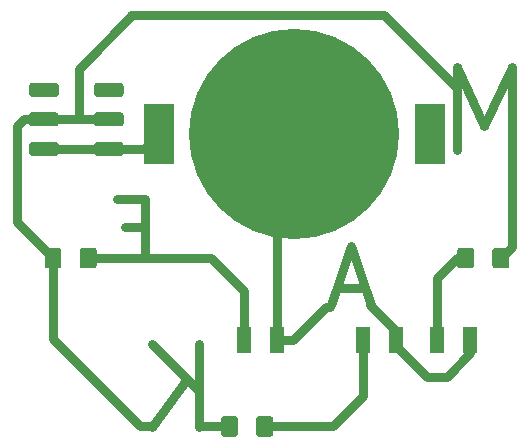
<source format=gbr>
G04 #@! TF.GenerationSoftware,KiCad,Pcbnew,(5.1.5)-3*
G04 #@! TF.CreationDate,2020-02-02T01:24:49-05:00*
G04 #@! TF.ProjectId,Make717-PCBWay,4d616b65-3731-4372-9d50-43425761792e,rev?*
G04 #@! TF.SameCoordinates,Original*
G04 #@! TF.FileFunction,Copper,L2,Bot*
G04 #@! TF.FilePolarity,Positive*
%FSLAX46Y46*%
G04 Gerber Fmt 4.6, Leading zero omitted, Abs format (unit mm)*
G04 Created by KiCad (PCBNEW (5.1.5)-3) date 2020-02-02 01:24:49*
%MOMM*%
%LPD*%
G04 APERTURE LIST*
%ADD10C,0.800000*%
%ADD11C,0.100000*%
%ADD12R,1.200000X2.300000*%
%ADD13R,2.500000X5.100000*%
%ADD14C,17.800000*%
G04 APERTURE END LIST*
D10*
X129321428Y-97192857D02*
X127654761Y-97192857D01*
X126940476Y-99811904D02*
X129321428Y-99811904D01*
X129321428Y-94811904D01*
X126940476Y-94811904D01*
X133883333Y-114066666D02*
X133883333Y-107066666D01*
X129883333Y-114066666D02*
X132883333Y-110066666D01*
X129883333Y-107066666D02*
X133883333Y-111066666D01*
X147940476Y-102333333D02*
X145559523Y-102333333D01*
X148416666Y-103761904D02*
X146750000Y-98761904D01*
X145083333Y-103761904D01*
X160383333Y-90616666D02*
X160383333Y-83616666D01*
X158050000Y-88616666D01*
X155716666Y-83616666D01*
X155716666Y-90616666D01*
G04 #@! TA.AperFunction,SMDPad,CuDef*
D11*
G36*
X139924504Y-113176204D02*
G01*
X139948773Y-113179804D01*
X139972571Y-113185765D01*
X139995671Y-113194030D01*
X140017849Y-113204520D01*
X140038893Y-113217133D01*
X140058598Y-113231747D01*
X140076777Y-113248223D01*
X140093253Y-113266402D01*
X140107867Y-113286107D01*
X140120480Y-113307151D01*
X140130970Y-113329329D01*
X140139235Y-113352429D01*
X140145196Y-113376227D01*
X140148796Y-113400496D01*
X140150000Y-113425000D01*
X140150000Y-114675000D01*
X140148796Y-114699504D01*
X140145196Y-114723773D01*
X140139235Y-114747571D01*
X140130970Y-114770671D01*
X140120480Y-114792849D01*
X140107867Y-114813893D01*
X140093253Y-114833598D01*
X140076777Y-114851777D01*
X140058598Y-114868253D01*
X140038893Y-114882867D01*
X140017849Y-114895480D01*
X139995671Y-114905970D01*
X139972571Y-114914235D01*
X139948773Y-114920196D01*
X139924504Y-114923796D01*
X139900000Y-114925000D01*
X138975000Y-114925000D01*
X138950496Y-114923796D01*
X138926227Y-114920196D01*
X138902429Y-114914235D01*
X138879329Y-114905970D01*
X138857151Y-114895480D01*
X138836107Y-114882867D01*
X138816402Y-114868253D01*
X138798223Y-114851777D01*
X138781747Y-114833598D01*
X138767133Y-114813893D01*
X138754520Y-114792849D01*
X138744030Y-114770671D01*
X138735765Y-114747571D01*
X138729804Y-114723773D01*
X138726204Y-114699504D01*
X138725000Y-114675000D01*
X138725000Y-113425000D01*
X138726204Y-113400496D01*
X138729804Y-113376227D01*
X138735765Y-113352429D01*
X138744030Y-113329329D01*
X138754520Y-113307151D01*
X138767133Y-113286107D01*
X138781747Y-113266402D01*
X138798223Y-113248223D01*
X138816402Y-113231747D01*
X138836107Y-113217133D01*
X138857151Y-113204520D01*
X138879329Y-113194030D01*
X138902429Y-113185765D01*
X138926227Y-113179804D01*
X138950496Y-113176204D01*
X138975000Y-113175000D01*
X139900000Y-113175000D01*
X139924504Y-113176204D01*
G37*
G04 #@! TD.AperFunction*
G04 #@! TA.AperFunction,SMDPad,CuDef*
G36*
X136949504Y-113176204D02*
G01*
X136973773Y-113179804D01*
X136997571Y-113185765D01*
X137020671Y-113194030D01*
X137042849Y-113204520D01*
X137063893Y-113217133D01*
X137083598Y-113231747D01*
X137101777Y-113248223D01*
X137118253Y-113266402D01*
X137132867Y-113286107D01*
X137145480Y-113307151D01*
X137155970Y-113329329D01*
X137164235Y-113352429D01*
X137170196Y-113376227D01*
X137173796Y-113400496D01*
X137175000Y-113425000D01*
X137175000Y-114675000D01*
X137173796Y-114699504D01*
X137170196Y-114723773D01*
X137164235Y-114747571D01*
X137155970Y-114770671D01*
X137145480Y-114792849D01*
X137132867Y-114813893D01*
X137118253Y-114833598D01*
X137101777Y-114851777D01*
X137083598Y-114868253D01*
X137063893Y-114882867D01*
X137042849Y-114895480D01*
X137020671Y-114905970D01*
X136997571Y-114914235D01*
X136973773Y-114920196D01*
X136949504Y-114923796D01*
X136925000Y-114925000D01*
X136000000Y-114925000D01*
X135975496Y-114923796D01*
X135951227Y-114920196D01*
X135927429Y-114914235D01*
X135904329Y-114905970D01*
X135882151Y-114895480D01*
X135861107Y-114882867D01*
X135841402Y-114868253D01*
X135823223Y-114851777D01*
X135806747Y-114833598D01*
X135792133Y-114813893D01*
X135779520Y-114792849D01*
X135769030Y-114770671D01*
X135760765Y-114747571D01*
X135754804Y-114723773D01*
X135751204Y-114699504D01*
X135750000Y-114675000D01*
X135750000Y-113425000D01*
X135751204Y-113400496D01*
X135754804Y-113376227D01*
X135760765Y-113352429D01*
X135769030Y-113329329D01*
X135779520Y-113307151D01*
X135792133Y-113286107D01*
X135806747Y-113266402D01*
X135823223Y-113248223D01*
X135841402Y-113231747D01*
X135861107Y-113217133D01*
X135882151Y-113204520D01*
X135904329Y-113194030D01*
X135927429Y-113185765D01*
X135951227Y-113179804D01*
X135975496Y-113176204D01*
X136000000Y-113175000D01*
X136925000Y-113175000D01*
X136949504Y-113176204D01*
G37*
G04 #@! TD.AperFunction*
D12*
X150600000Y-106700000D03*
X147800000Y-106700000D03*
X156850000Y-106700000D03*
X154050000Y-106700000D03*
X140450000Y-106700000D03*
X137650000Y-106700000D03*
D13*
X153400000Y-89300000D03*
X130500000Y-89300000D03*
D14*
X141950000Y-89300000D03*
G04 #@! TA.AperFunction,SMDPad,CuDef*
D11*
G36*
X156949504Y-98926204D02*
G01*
X156973773Y-98929804D01*
X156997571Y-98935765D01*
X157020671Y-98944030D01*
X157042849Y-98954520D01*
X157063893Y-98967133D01*
X157083598Y-98981747D01*
X157101777Y-98998223D01*
X157118253Y-99016402D01*
X157132867Y-99036107D01*
X157145480Y-99057151D01*
X157155970Y-99079329D01*
X157164235Y-99102429D01*
X157170196Y-99126227D01*
X157173796Y-99150496D01*
X157175000Y-99175000D01*
X157175000Y-100425000D01*
X157173796Y-100449504D01*
X157170196Y-100473773D01*
X157164235Y-100497571D01*
X157155970Y-100520671D01*
X157145480Y-100542849D01*
X157132867Y-100563893D01*
X157118253Y-100583598D01*
X157101777Y-100601777D01*
X157083598Y-100618253D01*
X157063893Y-100632867D01*
X157042849Y-100645480D01*
X157020671Y-100655970D01*
X156997571Y-100664235D01*
X156973773Y-100670196D01*
X156949504Y-100673796D01*
X156925000Y-100675000D01*
X156000000Y-100675000D01*
X155975496Y-100673796D01*
X155951227Y-100670196D01*
X155927429Y-100664235D01*
X155904329Y-100655970D01*
X155882151Y-100645480D01*
X155861107Y-100632867D01*
X155841402Y-100618253D01*
X155823223Y-100601777D01*
X155806747Y-100583598D01*
X155792133Y-100563893D01*
X155779520Y-100542849D01*
X155769030Y-100520671D01*
X155760765Y-100497571D01*
X155754804Y-100473773D01*
X155751204Y-100449504D01*
X155750000Y-100425000D01*
X155750000Y-99175000D01*
X155751204Y-99150496D01*
X155754804Y-99126227D01*
X155760765Y-99102429D01*
X155769030Y-99079329D01*
X155779520Y-99057151D01*
X155792133Y-99036107D01*
X155806747Y-99016402D01*
X155823223Y-98998223D01*
X155841402Y-98981747D01*
X155861107Y-98967133D01*
X155882151Y-98954520D01*
X155904329Y-98944030D01*
X155927429Y-98935765D01*
X155951227Y-98929804D01*
X155975496Y-98926204D01*
X156000000Y-98925000D01*
X156925000Y-98925000D01*
X156949504Y-98926204D01*
G37*
G04 #@! TD.AperFunction*
G04 #@! TA.AperFunction,SMDPad,CuDef*
G36*
X159924504Y-98926204D02*
G01*
X159948773Y-98929804D01*
X159972571Y-98935765D01*
X159995671Y-98944030D01*
X160017849Y-98954520D01*
X160038893Y-98967133D01*
X160058598Y-98981747D01*
X160076777Y-98998223D01*
X160093253Y-99016402D01*
X160107867Y-99036107D01*
X160120480Y-99057151D01*
X160130970Y-99079329D01*
X160139235Y-99102429D01*
X160145196Y-99126227D01*
X160148796Y-99150496D01*
X160150000Y-99175000D01*
X160150000Y-100425000D01*
X160148796Y-100449504D01*
X160145196Y-100473773D01*
X160139235Y-100497571D01*
X160130970Y-100520671D01*
X160120480Y-100542849D01*
X160107867Y-100563893D01*
X160093253Y-100583598D01*
X160076777Y-100601777D01*
X160058598Y-100618253D01*
X160038893Y-100632867D01*
X160017849Y-100645480D01*
X159995671Y-100655970D01*
X159972571Y-100664235D01*
X159948773Y-100670196D01*
X159924504Y-100673796D01*
X159900000Y-100675000D01*
X158975000Y-100675000D01*
X158950496Y-100673796D01*
X158926227Y-100670196D01*
X158902429Y-100664235D01*
X158879329Y-100655970D01*
X158857151Y-100645480D01*
X158836107Y-100632867D01*
X158816402Y-100618253D01*
X158798223Y-100601777D01*
X158781747Y-100583598D01*
X158767133Y-100563893D01*
X158754520Y-100542849D01*
X158744030Y-100520671D01*
X158735765Y-100497571D01*
X158729804Y-100473773D01*
X158726204Y-100449504D01*
X158725000Y-100425000D01*
X158725000Y-99175000D01*
X158726204Y-99150496D01*
X158729804Y-99126227D01*
X158735765Y-99102429D01*
X158744030Y-99079329D01*
X158754520Y-99057151D01*
X158767133Y-99036107D01*
X158781747Y-99016402D01*
X158798223Y-98998223D01*
X158816402Y-98981747D01*
X158836107Y-98967133D01*
X158857151Y-98954520D01*
X158879329Y-98944030D01*
X158902429Y-98935765D01*
X158926227Y-98929804D01*
X158950496Y-98926204D01*
X158975000Y-98925000D01*
X159900000Y-98925000D01*
X159924504Y-98926204D01*
G37*
G04 #@! TD.AperFunction*
G04 #@! TA.AperFunction,SMDPad,CuDef*
G36*
X124987004Y-98926204D02*
G01*
X125011273Y-98929804D01*
X125035071Y-98935765D01*
X125058171Y-98944030D01*
X125080349Y-98954520D01*
X125101393Y-98967133D01*
X125121098Y-98981747D01*
X125139277Y-98998223D01*
X125155753Y-99016402D01*
X125170367Y-99036107D01*
X125182980Y-99057151D01*
X125193470Y-99079329D01*
X125201735Y-99102429D01*
X125207696Y-99126227D01*
X125211296Y-99150496D01*
X125212500Y-99175000D01*
X125212500Y-100425000D01*
X125211296Y-100449504D01*
X125207696Y-100473773D01*
X125201735Y-100497571D01*
X125193470Y-100520671D01*
X125182980Y-100542849D01*
X125170367Y-100563893D01*
X125155753Y-100583598D01*
X125139277Y-100601777D01*
X125121098Y-100618253D01*
X125101393Y-100632867D01*
X125080349Y-100645480D01*
X125058171Y-100655970D01*
X125035071Y-100664235D01*
X125011273Y-100670196D01*
X124987004Y-100673796D01*
X124962500Y-100675000D01*
X124037500Y-100675000D01*
X124012996Y-100673796D01*
X123988727Y-100670196D01*
X123964929Y-100664235D01*
X123941829Y-100655970D01*
X123919651Y-100645480D01*
X123898607Y-100632867D01*
X123878902Y-100618253D01*
X123860723Y-100601777D01*
X123844247Y-100583598D01*
X123829633Y-100563893D01*
X123817020Y-100542849D01*
X123806530Y-100520671D01*
X123798265Y-100497571D01*
X123792304Y-100473773D01*
X123788704Y-100449504D01*
X123787500Y-100425000D01*
X123787500Y-99175000D01*
X123788704Y-99150496D01*
X123792304Y-99126227D01*
X123798265Y-99102429D01*
X123806530Y-99079329D01*
X123817020Y-99057151D01*
X123829633Y-99036107D01*
X123844247Y-99016402D01*
X123860723Y-98998223D01*
X123878902Y-98981747D01*
X123898607Y-98967133D01*
X123919651Y-98954520D01*
X123941829Y-98944030D01*
X123964929Y-98935765D01*
X123988727Y-98929804D01*
X124012996Y-98926204D01*
X124037500Y-98925000D01*
X124962500Y-98925000D01*
X124987004Y-98926204D01*
G37*
G04 #@! TD.AperFunction*
G04 #@! TA.AperFunction,SMDPad,CuDef*
G36*
X122012004Y-98926204D02*
G01*
X122036273Y-98929804D01*
X122060071Y-98935765D01*
X122083171Y-98944030D01*
X122105349Y-98954520D01*
X122126393Y-98967133D01*
X122146098Y-98981747D01*
X122164277Y-98998223D01*
X122180753Y-99016402D01*
X122195367Y-99036107D01*
X122207980Y-99057151D01*
X122218470Y-99079329D01*
X122226735Y-99102429D01*
X122232696Y-99126227D01*
X122236296Y-99150496D01*
X122237500Y-99175000D01*
X122237500Y-100425000D01*
X122236296Y-100449504D01*
X122232696Y-100473773D01*
X122226735Y-100497571D01*
X122218470Y-100520671D01*
X122207980Y-100542849D01*
X122195367Y-100563893D01*
X122180753Y-100583598D01*
X122164277Y-100601777D01*
X122146098Y-100618253D01*
X122126393Y-100632867D01*
X122105349Y-100645480D01*
X122083171Y-100655970D01*
X122060071Y-100664235D01*
X122036273Y-100670196D01*
X122012004Y-100673796D01*
X121987500Y-100675000D01*
X121062500Y-100675000D01*
X121037996Y-100673796D01*
X121013727Y-100670196D01*
X120989929Y-100664235D01*
X120966829Y-100655970D01*
X120944651Y-100645480D01*
X120923607Y-100632867D01*
X120903902Y-100618253D01*
X120885723Y-100601777D01*
X120869247Y-100583598D01*
X120854633Y-100563893D01*
X120842020Y-100542849D01*
X120831530Y-100520671D01*
X120823265Y-100497571D01*
X120817304Y-100473773D01*
X120813704Y-100449504D01*
X120812500Y-100425000D01*
X120812500Y-99175000D01*
X120813704Y-99150496D01*
X120817304Y-99126227D01*
X120823265Y-99102429D01*
X120831530Y-99079329D01*
X120842020Y-99057151D01*
X120854633Y-99036107D01*
X120869247Y-99016402D01*
X120885723Y-98998223D01*
X120903902Y-98981747D01*
X120923607Y-98967133D01*
X120944651Y-98954520D01*
X120966829Y-98944030D01*
X120989929Y-98935765D01*
X121013727Y-98929804D01*
X121037996Y-98926204D01*
X121062500Y-98925000D01*
X121987500Y-98925000D01*
X122012004Y-98926204D01*
G37*
G04 #@! TD.AperFunction*
G04 #@! TA.AperFunction,SMDPad,CuDef*
G36*
X127229405Y-89951445D02*
G01*
X127258527Y-89955764D01*
X127287085Y-89962918D01*
X127314805Y-89972836D01*
X127341419Y-89985424D01*
X127366671Y-90000559D01*
X127390318Y-90018097D01*
X127412132Y-90037868D01*
X127431903Y-90059682D01*
X127449441Y-90083329D01*
X127464576Y-90108581D01*
X127477164Y-90135195D01*
X127487082Y-90162915D01*
X127494236Y-90191473D01*
X127498555Y-90220595D01*
X127500000Y-90250000D01*
X127500000Y-90850000D01*
X127498555Y-90879405D01*
X127494236Y-90908527D01*
X127487082Y-90937085D01*
X127477164Y-90964805D01*
X127464576Y-90991419D01*
X127449441Y-91016671D01*
X127431903Y-91040318D01*
X127412132Y-91062132D01*
X127390318Y-91081903D01*
X127366671Y-91099441D01*
X127341419Y-91114576D01*
X127314805Y-91127164D01*
X127287085Y-91137082D01*
X127258527Y-91144236D01*
X127229405Y-91148555D01*
X127200000Y-91150000D01*
X125300000Y-91150000D01*
X125270595Y-91148555D01*
X125241473Y-91144236D01*
X125212915Y-91137082D01*
X125185195Y-91127164D01*
X125158581Y-91114576D01*
X125133329Y-91099441D01*
X125109682Y-91081903D01*
X125087868Y-91062132D01*
X125068097Y-91040318D01*
X125050559Y-91016671D01*
X125035424Y-90991419D01*
X125022836Y-90964805D01*
X125012918Y-90937085D01*
X125005764Y-90908527D01*
X125001445Y-90879405D01*
X125000000Y-90850000D01*
X125000000Y-90250000D01*
X125001445Y-90220595D01*
X125005764Y-90191473D01*
X125012918Y-90162915D01*
X125022836Y-90135195D01*
X125035424Y-90108581D01*
X125050559Y-90083329D01*
X125068097Y-90059682D01*
X125087868Y-90037868D01*
X125109682Y-90018097D01*
X125133329Y-90000559D01*
X125158581Y-89985424D01*
X125185195Y-89972836D01*
X125212915Y-89962918D01*
X125241473Y-89955764D01*
X125270595Y-89951445D01*
X125300000Y-89950000D01*
X127200000Y-89950000D01*
X127229405Y-89951445D01*
G37*
G04 #@! TD.AperFunction*
G04 #@! TA.AperFunction,SMDPad,CuDef*
G36*
X127229405Y-87451445D02*
G01*
X127258527Y-87455764D01*
X127287085Y-87462918D01*
X127314805Y-87472836D01*
X127341419Y-87485424D01*
X127366671Y-87500559D01*
X127390318Y-87518097D01*
X127412132Y-87537868D01*
X127431903Y-87559682D01*
X127449441Y-87583329D01*
X127464576Y-87608581D01*
X127477164Y-87635195D01*
X127487082Y-87662915D01*
X127494236Y-87691473D01*
X127498555Y-87720595D01*
X127500000Y-87750000D01*
X127500000Y-88350000D01*
X127498555Y-88379405D01*
X127494236Y-88408527D01*
X127487082Y-88437085D01*
X127477164Y-88464805D01*
X127464576Y-88491419D01*
X127449441Y-88516671D01*
X127431903Y-88540318D01*
X127412132Y-88562132D01*
X127390318Y-88581903D01*
X127366671Y-88599441D01*
X127341419Y-88614576D01*
X127314805Y-88627164D01*
X127287085Y-88637082D01*
X127258527Y-88644236D01*
X127229405Y-88648555D01*
X127200000Y-88650000D01*
X125300000Y-88650000D01*
X125270595Y-88648555D01*
X125241473Y-88644236D01*
X125212915Y-88637082D01*
X125185195Y-88627164D01*
X125158581Y-88614576D01*
X125133329Y-88599441D01*
X125109682Y-88581903D01*
X125087868Y-88562132D01*
X125068097Y-88540318D01*
X125050559Y-88516671D01*
X125035424Y-88491419D01*
X125022836Y-88464805D01*
X125012918Y-88437085D01*
X125005764Y-88408527D01*
X125001445Y-88379405D01*
X125000000Y-88350000D01*
X125000000Y-87750000D01*
X125001445Y-87720595D01*
X125005764Y-87691473D01*
X125012918Y-87662915D01*
X125022836Y-87635195D01*
X125035424Y-87608581D01*
X125050559Y-87583329D01*
X125068097Y-87559682D01*
X125087868Y-87537868D01*
X125109682Y-87518097D01*
X125133329Y-87500559D01*
X125158581Y-87485424D01*
X125185195Y-87472836D01*
X125212915Y-87462918D01*
X125241473Y-87455764D01*
X125270595Y-87451445D01*
X125300000Y-87450000D01*
X127200000Y-87450000D01*
X127229405Y-87451445D01*
G37*
G04 #@! TD.AperFunction*
G04 #@! TA.AperFunction,SMDPad,CuDef*
G36*
X127229405Y-84951445D02*
G01*
X127258527Y-84955764D01*
X127287085Y-84962918D01*
X127314805Y-84972836D01*
X127341419Y-84985424D01*
X127366671Y-85000559D01*
X127390318Y-85018097D01*
X127412132Y-85037868D01*
X127431903Y-85059682D01*
X127449441Y-85083329D01*
X127464576Y-85108581D01*
X127477164Y-85135195D01*
X127487082Y-85162915D01*
X127494236Y-85191473D01*
X127498555Y-85220595D01*
X127500000Y-85250000D01*
X127500000Y-85850000D01*
X127498555Y-85879405D01*
X127494236Y-85908527D01*
X127487082Y-85937085D01*
X127477164Y-85964805D01*
X127464576Y-85991419D01*
X127449441Y-86016671D01*
X127431903Y-86040318D01*
X127412132Y-86062132D01*
X127390318Y-86081903D01*
X127366671Y-86099441D01*
X127341419Y-86114576D01*
X127314805Y-86127164D01*
X127287085Y-86137082D01*
X127258527Y-86144236D01*
X127229405Y-86148555D01*
X127200000Y-86150000D01*
X125300000Y-86150000D01*
X125270595Y-86148555D01*
X125241473Y-86144236D01*
X125212915Y-86137082D01*
X125185195Y-86127164D01*
X125158581Y-86114576D01*
X125133329Y-86099441D01*
X125109682Y-86081903D01*
X125087868Y-86062132D01*
X125068097Y-86040318D01*
X125050559Y-86016671D01*
X125035424Y-85991419D01*
X125022836Y-85964805D01*
X125012918Y-85937085D01*
X125005764Y-85908527D01*
X125001445Y-85879405D01*
X125000000Y-85850000D01*
X125000000Y-85250000D01*
X125001445Y-85220595D01*
X125005764Y-85191473D01*
X125012918Y-85162915D01*
X125022836Y-85135195D01*
X125035424Y-85108581D01*
X125050559Y-85083329D01*
X125068097Y-85059682D01*
X125087868Y-85037868D01*
X125109682Y-85018097D01*
X125133329Y-85000559D01*
X125158581Y-84985424D01*
X125185195Y-84972836D01*
X125212915Y-84962918D01*
X125241473Y-84955764D01*
X125270595Y-84951445D01*
X125300000Y-84950000D01*
X127200000Y-84950000D01*
X127229405Y-84951445D01*
G37*
G04 #@! TD.AperFunction*
G04 #@! TA.AperFunction,SMDPad,CuDef*
G36*
X121729405Y-84951445D02*
G01*
X121758527Y-84955764D01*
X121787085Y-84962918D01*
X121814805Y-84972836D01*
X121841419Y-84985424D01*
X121866671Y-85000559D01*
X121890318Y-85018097D01*
X121912132Y-85037868D01*
X121931903Y-85059682D01*
X121949441Y-85083329D01*
X121964576Y-85108581D01*
X121977164Y-85135195D01*
X121987082Y-85162915D01*
X121994236Y-85191473D01*
X121998555Y-85220595D01*
X122000000Y-85250000D01*
X122000000Y-85850000D01*
X121998555Y-85879405D01*
X121994236Y-85908527D01*
X121987082Y-85937085D01*
X121977164Y-85964805D01*
X121964576Y-85991419D01*
X121949441Y-86016671D01*
X121931903Y-86040318D01*
X121912132Y-86062132D01*
X121890318Y-86081903D01*
X121866671Y-86099441D01*
X121841419Y-86114576D01*
X121814805Y-86127164D01*
X121787085Y-86137082D01*
X121758527Y-86144236D01*
X121729405Y-86148555D01*
X121700000Y-86150000D01*
X119800000Y-86150000D01*
X119770595Y-86148555D01*
X119741473Y-86144236D01*
X119712915Y-86137082D01*
X119685195Y-86127164D01*
X119658581Y-86114576D01*
X119633329Y-86099441D01*
X119609682Y-86081903D01*
X119587868Y-86062132D01*
X119568097Y-86040318D01*
X119550559Y-86016671D01*
X119535424Y-85991419D01*
X119522836Y-85964805D01*
X119512918Y-85937085D01*
X119505764Y-85908527D01*
X119501445Y-85879405D01*
X119500000Y-85850000D01*
X119500000Y-85250000D01*
X119501445Y-85220595D01*
X119505764Y-85191473D01*
X119512918Y-85162915D01*
X119522836Y-85135195D01*
X119535424Y-85108581D01*
X119550559Y-85083329D01*
X119568097Y-85059682D01*
X119587868Y-85037868D01*
X119609682Y-85018097D01*
X119633329Y-85000559D01*
X119658581Y-84985424D01*
X119685195Y-84972836D01*
X119712915Y-84962918D01*
X119741473Y-84955764D01*
X119770595Y-84951445D01*
X119800000Y-84950000D01*
X121700000Y-84950000D01*
X121729405Y-84951445D01*
G37*
G04 #@! TD.AperFunction*
G04 #@! TA.AperFunction,SMDPad,CuDef*
G36*
X121729405Y-89951445D02*
G01*
X121758527Y-89955764D01*
X121787085Y-89962918D01*
X121814805Y-89972836D01*
X121841419Y-89985424D01*
X121866671Y-90000559D01*
X121890318Y-90018097D01*
X121912132Y-90037868D01*
X121931903Y-90059682D01*
X121949441Y-90083329D01*
X121964576Y-90108581D01*
X121977164Y-90135195D01*
X121987082Y-90162915D01*
X121994236Y-90191473D01*
X121998555Y-90220595D01*
X122000000Y-90250000D01*
X122000000Y-90850000D01*
X121998555Y-90879405D01*
X121994236Y-90908527D01*
X121987082Y-90937085D01*
X121977164Y-90964805D01*
X121964576Y-90991419D01*
X121949441Y-91016671D01*
X121931903Y-91040318D01*
X121912132Y-91062132D01*
X121890318Y-91081903D01*
X121866671Y-91099441D01*
X121841419Y-91114576D01*
X121814805Y-91127164D01*
X121787085Y-91137082D01*
X121758527Y-91144236D01*
X121729405Y-91148555D01*
X121700000Y-91150000D01*
X119800000Y-91150000D01*
X119770595Y-91148555D01*
X119741473Y-91144236D01*
X119712915Y-91137082D01*
X119685195Y-91127164D01*
X119658581Y-91114576D01*
X119633329Y-91099441D01*
X119609682Y-91081903D01*
X119587868Y-91062132D01*
X119568097Y-91040318D01*
X119550559Y-91016671D01*
X119535424Y-90991419D01*
X119522836Y-90964805D01*
X119512918Y-90937085D01*
X119505764Y-90908527D01*
X119501445Y-90879405D01*
X119500000Y-90850000D01*
X119500000Y-90250000D01*
X119501445Y-90220595D01*
X119505764Y-90191473D01*
X119512918Y-90162915D01*
X119522836Y-90135195D01*
X119535424Y-90108581D01*
X119550559Y-90083329D01*
X119568097Y-90059682D01*
X119587868Y-90037868D01*
X119609682Y-90018097D01*
X119633329Y-90000559D01*
X119658581Y-89985424D01*
X119685195Y-89972836D01*
X119712915Y-89962918D01*
X119741473Y-89955764D01*
X119770595Y-89951445D01*
X119800000Y-89950000D01*
X121700000Y-89950000D01*
X121729405Y-89951445D01*
G37*
G04 #@! TD.AperFunction*
G04 #@! TA.AperFunction,SMDPad,CuDef*
G36*
X121729405Y-87451445D02*
G01*
X121758527Y-87455764D01*
X121787085Y-87462918D01*
X121814805Y-87472836D01*
X121841419Y-87485424D01*
X121866671Y-87500559D01*
X121890318Y-87518097D01*
X121912132Y-87537868D01*
X121931903Y-87559682D01*
X121949441Y-87583329D01*
X121964576Y-87608581D01*
X121977164Y-87635195D01*
X121987082Y-87662915D01*
X121994236Y-87691473D01*
X121998555Y-87720595D01*
X122000000Y-87750000D01*
X122000000Y-88350000D01*
X121998555Y-88379405D01*
X121994236Y-88408527D01*
X121987082Y-88437085D01*
X121977164Y-88464805D01*
X121964576Y-88491419D01*
X121949441Y-88516671D01*
X121931903Y-88540318D01*
X121912132Y-88562132D01*
X121890318Y-88581903D01*
X121866671Y-88599441D01*
X121841419Y-88614576D01*
X121814805Y-88627164D01*
X121787085Y-88637082D01*
X121758527Y-88644236D01*
X121729405Y-88648555D01*
X121700000Y-88650000D01*
X119800000Y-88650000D01*
X119770595Y-88648555D01*
X119741473Y-88644236D01*
X119712915Y-88637082D01*
X119685195Y-88627164D01*
X119658581Y-88614576D01*
X119633329Y-88599441D01*
X119609682Y-88581903D01*
X119587868Y-88562132D01*
X119568097Y-88540318D01*
X119550559Y-88516671D01*
X119535424Y-88491419D01*
X119522836Y-88464805D01*
X119512918Y-88437085D01*
X119505764Y-88408527D01*
X119501445Y-88379405D01*
X119500000Y-88350000D01*
X119500000Y-87750000D01*
X119501445Y-87720595D01*
X119505764Y-87691473D01*
X119512918Y-87662915D01*
X119522836Y-87635195D01*
X119535424Y-87608581D01*
X119550559Y-87583329D01*
X119568097Y-87559682D01*
X119587868Y-87537868D01*
X119609682Y-87518097D01*
X119633329Y-87500559D01*
X119658581Y-87485424D01*
X119685195Y-87472836D01*
X119712915Y-87462918D01*
X119741473Y-87455764D01*
X119770595Y-87451445D01*
X119800000Y-87450000D01*
X121700000Y-87450000D01*
X121729405Y-87451445D01*
G37*
G04 #@! TD.AperFunction*
D10*
X140450000Y-90200000D02*
X141100000Y-89550000D01*
X140450000Y-106700000D02*
X140450000Y-90200000D01*
X156850000Y-107869252D02*
X156850000Y-106700000D01*
X154869252Y-109850000D02*
X156850000Y-107869252D01*
X153200000Y-109850000D02*
X154869252Y-109850000D01*
X150600000Y-106700000D02*
X150600000Y-107250000D01*
X150600000Y-107250000D02*
X153200000Y-109850000D01*
X150600000Y-105950000D02*
X148400000Y-103750000D01*
X150600000Y-106700000D02*
X150600000Y-105950000D01*
X141850000Y-106700000D02*
X140450000Y-106700000D01*
X145000000Y-103900000D02*
X144650000Y-103900000D01*
X144650000Y-103900000D02*
X141850000Y-106700000D01*
X120750000Y-90550000D02*
X126250000Y-90550000D01*
X129250000Y-90550000D02*
X130500000Y-89300000D01*
X126250000Y-90550000D02*
X129250000Y-90550000D01*
X121525000Y-99800000D02*
X121525000Y-106675000D01*
X121525000Y-106675000D02*
X128900000Y-114050000D01*
X160400000Y-98850000D02*
X159250000Y-100000000D01*
X160400000Y-90650000D02*
X160400000Y-98850000D01*
X136462500Y-114050000D02*
X133950000Y-114050000D01*
X128900000Y-114050000D02*
X129800000Y-114050000D01*
X124500000Y-99800000D02*
X134900000Y-99800000D01*
X137650000Y-102550000D02*
X137650000Y-106700000D01*
X134900000Y-99800000D02*
X137650000Y-102550000D01*
X154050000Y-104750000D02*
X154050000Y-106700000D01*
X154050000Y-101500000D02*
X154050000Y-104750000D01*
X155750000Y-99800000D02*
X154050000Y-101500000D01*
X156462500Y-99800000D02*
X155750000Y-99800000D01*
X147800000Y-111450000D02*
X147800000Y-106700000D01*
X139437500Y-114050000D02*
X145200000Y-114050000D01*
X145200000Y-114050000D02*
X147800000Y-111450000D01*
X120750000Y-88050000D02*
X119050000Y-88050000D01*
X119050000Y-88050000D02*
X118500000Y-88600000D01*
X118500000Y-96775000D02*
X121525000Y-99800000D01*
X118500000Y-88600000D02*
X118500000Y-96775000D01*
X123700000Y-88050000D02*
X123700000Y-83750000D01*
X123700000Y-88050000D02*
X120750000Y-88050000D01*
X126250000Y-88050000D02*
X123700000Y-88050000D01*
X123700000Y-83750000D02*
X128200000Y-79250000D01*
X149550000Y-79200000D02*
X155750000Y-85400000D01*
X128150000Y-79200000D02*
X149550000Y-79200000D01*
M02*

</source>
